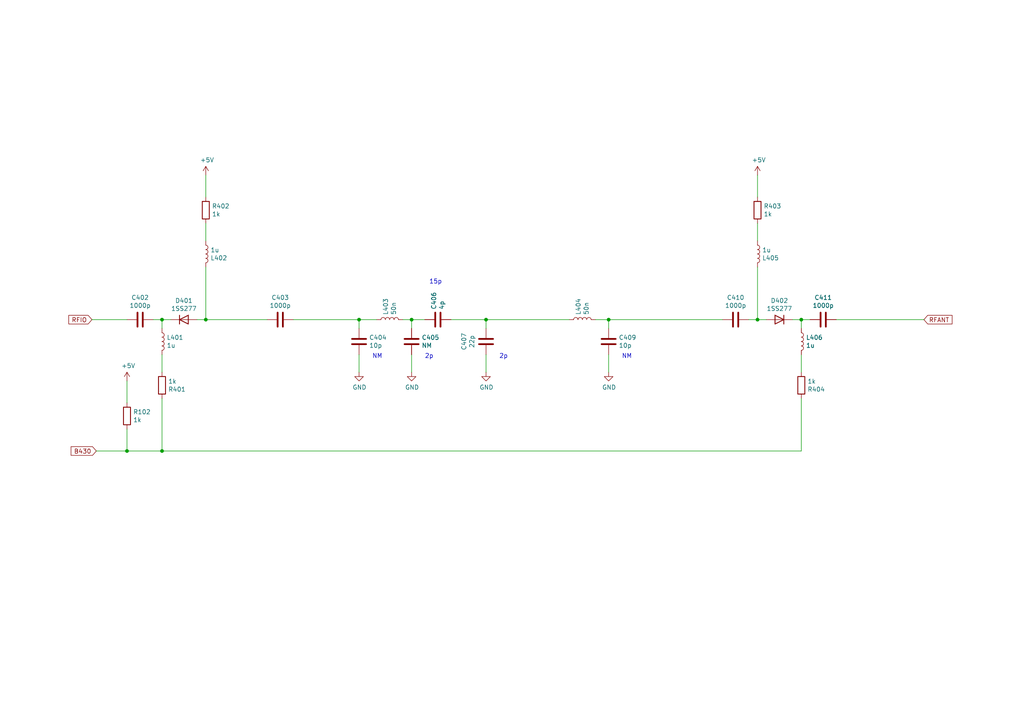
<source format=kicad_sch>
(kicad_sch (version 20230121) (generator eeschema)
  (paper "A4")
  (title_block (title "FM QRP TRCV") (date "2022-03-12") (rev "1") (company "JK1MLY / PRUG"))
  (lib_symbols
    (symbol "Device:C" (pin_numbers hide) (pin_names (offset 0.254))
      (property "Reference" "C" (at 0.635 2.54 0))
      (property "Value" "C" (at 0.635 -2.54 0))
      (symbol "C_0_1"
        (polyline (pts (xy -2.032 -0.762) (xy 2.032 -0.762)) (stroke (width 0.508)))
        (polyline (pts (xy -2.032 0.762) (xy 2.032 0.762)) (stroke (width 0.508)))
      )
      (symbol "C_1_1"
        (pin passive line (at 0 3.81 270) (length 2.794) (name "~") (number "1"))
        (pin passive line (at 0 -3.81 90) (length 2.794) (name "~") (number "2"))
      )
    )
    (symbol "Device:D" (pin_numbers hide) (pin_names (offset 1.016) hide)
      (property "Reference" "D" (at 0 2.54 0))
      (property "Value" "D" (at 0 -2.54 0))
      (symbol "D_0_1"
        (polyline (pts (xy -1.27 1.27) (xy -1.27 -1.27)) (stroke (width 0.254)))
        (polyline (pts (xy 1.27 0) (xy -1.27 0)))
        (polyline (pts (xy 1.27 1.27) (xy 1.27 -1.27) (xy -1.27 0) (xy 1.27 1.27)) (stroke (width 0.254)))
      )
      (symbol "D_1_1"
        (pin passive line (at -3.81 0 0) (length 2.54) (name "K") (number "1"))
        (pin passive line (at 3.81 0 180) (length 2.54) (name "A") (number "2"))
      )
    )
    (symbol "Device:L" (pin_numbers hide) (pin_names (offset 1.016) hide)
      (property "Reference" "L" (at -1.27 0 90))
      (property "Value" "L" (at 1.905 0 90))
      (symbol "L_0_1"
        (arc (start 0 -2.54) (mid 0.6323 -1.905) (end 0 -1.27))
        (arc (start 0 -1.27) (mid 0.6323 -0.635) (end 0 0))
        (arc (start 0 0) (mid 0.6323 0.635) (end 0 1.27))
        (arc (start 0 1.27) (mid 0.6323 1.905) (end 0 2.54))
      )
      (symbol "L_1_1"
        (pin passive line (at 0 3.81 270) (length 1.27) (name "1") (number "1"))
        (pin passive line (at 0 -3.81 90) (length 1.27) (name "2") (number "2"))
      )
    )
    (symbol "Device:R" (pin_numbers hide) (pin_names (offset 0))
      (property "Reference" "R" (at 2.032 0 90))
      (property "Value" "R" (at 0 0 90))
      (symbol "R_0_1"
        (rectangle (start -1.016 -2.54) (end 1.016 2.54) (stroke (width 0.254)))
      )
      (symbol "R_1_1"
        (pin passive line (at 0 3.81 270) (length 1.27) (name "~") (number "1"))
        (pin passive line (at 0 -3.81 90) (length 1.27) (name "~") (number "2"))
      )
    )
    (symbol "power:+5V" (power) (pin_names (offset 0))
      (property "Value" "+5V" (at 0 3.556 0))
      (symbol "+5V_0_1"
        (polyline (pts (xy -0.762 1.27) (xy 0 2.54)))
        (polyline (pts (xy 0 0) (xy 0 2.54)))
        (polyline (pts (xy 0 2.54) (xy 0.762 1.27)))
      )
      (symbol "+5V_1_1"
        (pin power_in line (at 0 0 90) (length 0) hide (name "+5V") (number "1"))
      )
    )
    (symbol "power:GND" (power) (pin_names (offset 0))
      (property "Value" "GND" (at 0 -3.81 0))
      (symbol "GND_0_1"
        (polyline (pts (xy 0 0) (xy 0 -1.27) (xy 1.27 -1.27) (xy 0 -2.54) (xy -1.27 -1.27) (xy 0 -1.27)))
      )
      (symbol "GND_1_1"
        (pin power_in line (at 0 0 270) (length 0) hide (name "GND") (number "1"))
      )
    )
  )
  (junction (at 104.14 92.71))
  (junction (at 36.83 130.81))
  (junction (at 46.99 130.81))
  (junction (at 140.97 92.71))
  (junction (at 59.69 92.71))
  (junction (at 219.71 92.71))
  (junction (at 119.38 92.71))
  (junction (at 232.41 92.71))
  (junction (at 176.53 92.71))
  (junction (at 46.99 92.71))
  (wire (pts (xy 242.57 92.71) (xy 267.97 92.71)))
  (wire (pts (xy 46.99 130.81) (xy 232.41 130.81)))
  (wire (pts (xy 59.69 77.47) (xy 59.69 92.71)))
  (wire (pts (xy 119.38 92.71) (xy 119.38 95.25)))
  (wire (pts (xy 140.97 92.71) (xy 140.97 95.25)))
  (wire (pts (xy 232.41 130.81) (xy 232.41 115.57)))
  (wire (pts (xy 130.81 92.71) (xy 140.97 92.71)))
  (wire (pts (xy 172.72 92.71) (xy 176.53 92.71)))
  (wire (pts (xy 36.83 110.49) (xy 36.83 116.84)))
  (wire (pts (xy 116.84 92.71) (xy 119.38 92.71)))
  (wire (pts (xy 119.38 102.87) (xy 119.38 107.95)))
  (wire (pts (xy 59.69 92.71) (xy 77.47 92.71)))
  (wire (pts (xy 26.67 92.71) (xy 36.83 92.71)))
  (wire (pts (xy 46.99 92.71) (xy 44.45 92.71)))
  (wire (pts (xy 27.94 130.81) (xy 36.83 130.81)))
  (wire (pts (xy 176.53 95.25) (xy 176.53 92.71)))
  (wire (pts (xy 229.87 92.71) (xy 232.41 92.71)))
  (wire (pts (xy 46.99 115.57) (xy 46.99 130.81)))
  (wire (pts (xy 232.41 92.71) (xy 232.41 95.25)))
  (wire (pts (xy 57.15 92.71) (xy 59.69 92.71)))
  (wire (pts (xy 219.71 50.8) (xy 219.71 57.15)))
  (wire (pts (xy 119.38 92.71) (xy 123.19 92.71)))
  (wire (pts (xy 104.14 92.71) (xy 104.14 95.25)))
  (wire (pts (xy 234.95 92.71) (xy 232.41 92.71)))
  (wire (pts (xy 232.41 102.87) (xy 232.41 107.95)))
  (wire (pts (xy 219.71 64.77) (xy 219.71 69.85)))
  (wire (pts (xy 85.09 92.71) (xy 104.14 92.71)))
  (wire (pts (xy 140.97 92.71) (xy 165.1 92.71)))
  (wire (pts (xy 104.14 102.87) (xy 104.14 107.95)))
  (wire (pts (xy 140.97 102.87) (xy 140.97 107.95)))
  (wire (pts (xy 59.69 64.77) (xy 59.69 69.85)))
  (wire (pts (xy 59.69 50.8) (xy 59.69 57.15)))
  (wire (pts (xy 176.53 102.87) (xy 176.53 107.95)))
  (wire (pts (xy 36.83 130.81) (xy 46.99 130.81)))
  (wire (pts (xy 217.17 92.71) (xy 219.71 92.71)))
  (wire (pts (xy 219.71 77.47) (xy 219.71 92.71)))
  (wire (pts (xy 104.14 92.71) (xy 109.22 92.71)))
  (wire (pts (xy 36.83 124.46) (xy 36.83 130.81)))
  (wire (pts (xy 219.71 92.71) (xy 222.25 92.71)))
  (wire (pts (xy 49.53 92.71) (xy 46.99 92.71)))
  (wire (pts (xy 46.99 92.71) (xy 46.99 95.25)))
  (wire (pts (xy 46.99 102.87) (xy 46.99 107.95)))
  (wire (pts (xy 176.53 92.71) (xy 209.55 92.71)))
  (text "2p" (at 144.78 104.14 0) (effects (font (size 1.27 1.27)) (justify left bottom)))
  (text "15p" (at 124.46 82.55 0) (effects (font (size 1.27 1.27)) (justify left bottom)))
  (text "NM" (at 180.34 104.14 0) (effects (font (size 1.27 1.27)) (justify left bottom)))
  (text "2p" (at 123.19 104.14 0) (effects (font (size 1.27 1.27)) (justify left bottom)))
  (text "NM" (at 107.95 104.14 0) (effects (font (size 1.27 1.27)) (justify left bottom)))
  (global_label "RFIO" (shape input) (at 26.67 92.71 180) (property "Intersheetrefs" "${INTERSHEET_REFS}" (effects hide)))
  (global_label "RFANT" (shape input) (at 267.97 92.71 0) (property "Intersheetrefs" "${INTERSHEET_REFS}" (effects hide)))
  (global_label "B430" (shape input) (at 27.94 130.81 180) (property "Intersheetrefs" "${INTERSHEET_REFS}" (effects hide)))
  (symbol (lib_id "Device:D") (at 53.34 92.71 0) (unit 1)
    (property "Reference" "D401" (at 53.34 87.1982 0))
    (property "Value" "1SS277" (at 53.34 89.5096 0))
    (property "Footprint" "Diode_THT:D_T-1_P5.08mm_Horizontal" (effects hide))
    (property "Datasheet" "I-10623" (effects hide))
  )
  (symbol (lib_id "Device:D") (at 226.06 92.71 0) (mirror y) (unit 1)
    (property "Reference" "D402" (at 226.06 87.1982 0))
    (property "Value" "1SS277" (at 226.06 89.5096 0))
    (property "Footprint" "Diode_THT:D_T-1_P5.08mm_Horizontal" (effects hide))
    (property "Datasheet" "I-10623" (effects hide))
  )
  (symbol (lib_id "Device:L") (at 232.41 99.06 0) (unit 1)
    (property "Reference" "L406" (at 233.7562 97.8916 0) (effects (justify left)))
    (property "Value" "1u" (at 233.7562 100.203 0) (effects (justify left)))
    (property "Footprint" "Resistor_THT:R_Axial_DIN0207_L6.3mm_D2.5mm_P2.54mm_Vertical" (effects hide))
    (property "Datasheet" "P-03961" (effects hide))
  )
  (symbol (lib_id "Device:R") (at 59.69 60.96 0) (unit 1)
    (property "Reference" "R402" (at 61.468 59.7916 0) (effects (justify left)))
    (property "Value" "1k" (at 61.468 62.103 0) (effects (justify left)))
    (property "Footprint" "Resistor_THT:R_Axial_DIN0207_L6.3mm_D2.5mm_P2.54mm_Vertical" (effects hide))
  )
  (symbol (lib_id "Device:R") (at 232.41 111.76 0) (mirror x) (unit 1)
    (property "Reference" "R404" (at 234.188 112.9284 0) (effects (justify left)))
    (property "Value" "1k" (at 234.188 110.617 0) (effects (justify left)))
    (property "Footprint" "Resistor_THT:R_Axial_DIN0207_L6.3mm_D2.5mm_P2.54mm_Vertical" (effects hide))
  )
  (symbol (lib_id "Device:C") (at 81.28 92.71 90) (unit 1)
    (property "Reference" "C403" (at 81.28 86.3092 90))
    (property "Value" "1000p" (at 81.28 88.6206 90))
    (property "Footprint" "Capacitor_THT:C_Disc_D3.4mm_W2.1mm_P2.50mm" (effects hide))
  )
  (symbol (lib_id "Device:C") (at 213.36 92.71 90) (unit 1)
    (property "Reference" "C410" (at 213.36 86.3092 90))
    (property "Value" "1000p" (at 213.36 88.6206 90))
    (property "Footprint" "Capacitor_THT:C_Disc_D3.4mm_W2.1mm_P2.50mm" (effects hide))
  )
  (symbol (lib_id "Device:L") (at 46.99 99.06 0) (unit 1)
    (property "Reference" "L401" (at 48.3362 97.8916 0) (effects (justify left)))
    (property "Value" "1u" (at 48.3362 100.203 0) (effects (justify left)))
    (property "Footprint" "Resistor_THT:R_Axial_DIN0207_L6.3mm_D2.5mm_P2.54mm_Vertical" (effects hide))
    (property "Datasheet" "P-03961" (effects hide))
  )
  (symbol (lib_id "Device:R") (at 46.99 111.76 0) (mirror x) (unit 1)
    (property "Reference" "R401" (at 48.768 112.9284 0) (effects (justify left)))
    (property "Value" "1k" (at 48.768 110.617 0) (effects (justify left)))
    (property "Footprint" "Resistor_THT:R_Axial_DIN0207_L6.3mm_D2.5mm_P2.54mm_Vertical" (effects hide))
  )
  (symbol (lib_id "Device:L") (at 59.69 73.66 0) (mirror x) (unit 1)
    (property "Reference" "L402" (at 61.0362 74.8284 0) (effects (justify left)))
    (property "Value" "1u" (at 61.0362 72.517 0) (effects (justify left)))
    (property "Footprint" "Resistor_THT:R_Axial_DIN0207_L6.3mm_D2.5mm_P2.54mm_Vertical" (effects hide))
    (property "Datasheet" "P-03961" (effects hide))
  )
  (symbol (lib_id "Device:R") (at 219.71 60.96 0) (unit 1)
    (property "Reference" "R403" (at 221.488 59.7916 0) (effects (justify left)))
    (property "Value" "1k" (at 221.488 62.103 0) (effects (justify left)))
    (property "Footprint" "Resistor_THT:R_Axial_DIN0207_L6.3mm_D2.5mm_P2.54mm_Vertical" (effects hide))
  )
  (symbol (lib_id "Device:L") (at 219.71 73.66 0) (mirror x) (unit 1)
    (property "Reference" "L405" (at 221.0562 74.8284 0) (effects (justify left)))
    (property "Value" "1u" (at 221.0562 72.517 0) (effects (justify left)))
    (property "Footprint" "Resistor_THT:R_Axial_DIN0207_L6.3mm_D2.5mm_P2.54mm_Vertical" (effects hide))
    (property "Datasheet" "P-03961" (effects hide))
  )
  (symbol (lib_id "power:+5V") (at 59.69 50.8 0) (unit 1)
    (property "Reference" "#PWR0404" (effects hide))
    (property "Value" "+5V" (at 60.071 46.4058 0))
  )
  (symbol (lib_id "power:+5V") (at 219.71 50.8 0) (unit 1)
    (property "Reference" "#PWR0409" (effects hide))
    (property "Value" "+5V" (at 220.091 46.4058 0))
  )
  (symbol (lib_id "Device:C") (at 238.76 92.71 90) (unit 1)
    (property "Reference" "C411" (at 238.76 86.3092 90))
    (property "Value" "1000p" (at 238.76 88.6206 90))
    (property "Footprint" "Capacitor_THT:C_Disc_D3.4mm_W2.1mm_P2.50mm" (effects hide))
  )
  (symbol (lib_id "Device:C") (at 40.64 92.71 90) (unit 1)
    (property "Reference" "C402" (at 40.64 86.3092 90))
    (property "Value" "1000p" (at 40.64 88.6206 90))
    (property "Footprint" "Capacitor_THT:C_Disc_D3.4mm_W2.1mm_P2.50mm" (effects hide))
  )
  (symbol (lib_id "Device:C") (at 119.38 99.06 0) (unit 1)
    (property "Reference" "C405" (at 122.301 97.8916 0) (effects (justify left)))
    (property "Value" "NM" (at 122.301 100.203 0) (effects (justify left)))
    (property "Footprint" "Capacitor_THT:C_Disc_D3.4mm_W2.1mm_P2.50mm" (effects hide))
    (instances (project "fm_qrp2" (path "" (reference "C405") (unit 1))) (project "fm-tnc" (path "" (reference "C56") (unit 1))))
  )
  (symbol (lib_id "power:GND") (at 176.53 107.95 0) (unit 1)
    (property "Reference" "#PWR0408" (effects hide))
    (property "Value" "GND" (at 176.657 112.3442 0))
    (instances (project "fm_qrp2" (path "" (reference "#PWR0408") (unit 1))) (project "fm-tnc" (path "" (reference "#PWR055") (unit 1))))
  )
  (symbol (lib_id "power:GND") (at 119.38 107.95 0) (unit 1)
    (property "Reference" "#PWR0406" (effects hide))
    (property "Value" "GND" (at 119.507 112.3442 0))
    (instances (project "fm_qrp2" (path "" (reference "#PWR0406") (unit 1))) (project "fm-tnc" (path "" (reference "#PWR044") (unit 1))))
  )
  (symbol (lib_id "Device:L") (at 168.91 92.71 90) (unit 1)
    (property "Reference" "L404" (at 167.7416 91.3638 0) (effects (justify left)))
    (property "Value" "50n" (at 170.053 91.3638 0) (effects (justify left)))
    (property "Footprint" "usr-Library:coil3_7mm" (effects hide))
    (property "Datasheet" "digikey 0805CS-3N3EJTS" (effects hide))
    (instances (project "fm_qrp2" (path "" (reference "L404") (unit 1))) (project "fm-tnc" (path "" (reference "L52") (unit 1))))
  )
  (symbol (lib_id "Device:R") (at 36.83 120.65 0) (unit 1)
    (property "Reference" "R102" (at 38.608 119.4816 0) (effects (justify left)))
    (property "Value" "1k" (at 38.608 121.793 0) (effects (justify left)))
    (property "Footprint" "Resistor_THT:R_Axial_DIN0207_L6.3mm_D2.5mm_P2.54mm_Vertical" (effects hide))
    (instances (project "fm_qrp2" (path "" (reference "R102") (unit 1)) (path "" (reference "R205") (unit 1)) (path "" (reference "R405") (unit 1))))
  )
  (symbol (lib_id "power:GND") (at 140.97 107.95 0) (unit 1)
    (property "Reference" "#PWR0407" (effects hide))
    (property "Value" "GND" (at 141.097 112.3442 0))
    (instances (project "fm_qrp2" (path "" (reference "#PWR0407") (unit 1))) (project "fm-tnc" (path "" (reference "#PWR054") (unit 1))))
  )
  (symbol (lib_id "power:+5V") (at 36.83 110.49 0) (unit 1)
    (property "Reference" "#PWR0102" (effects hide))
    (property "Value" "+5V" (at 37.211 106.0958 0))
    (instances (project "fm_qrp2" (path "" (reference "#PWR0102") (unit 1)) (path "" (reference "#PWR055") (unit 1)) (path "" (reference "#PWR057") (unit 1))))
  )
  (symbol (lib_id "Device:C") (at 176.53 99.06 0) (unit 1)
    (property "Reference" "C409" (at 179.451 97.8916 0) (effects (justify left)))
    (property "Value" "10p" (at 179.451 100.203 0) (effects (justify left)))
    (property "Footprint" "Capacitor_THT:C_Disc_D3.4mm_W2.1mm_P2.50mm" (effects hide))
    (instances (project "fm_qrp2" (path "" (reference "C409") (unit 1))) (project "fm-tnc" (path "" (reference "C55") (unit 1))))
  )
  (symbol (lib_id "Device:C") (at 140.97 99.06 180) (unit 1)
    (property "Reference" "C407" (at 134.5692 99.06 90))
    (property "Value" "22p" (at 136.8806 99.06 90))
    (property "Footprint" "Capacitor_THT:C_Disc_D3.4mm_W2.1mm_P2.50mm" (effects hide))
    (instances (project "fm_qrp2" (path "" (reference "C407") (unit 1))) (project "fm-tnc" (path "" (reference "C53") (unit 1))))
  )
  (symbol (lib_id "Device:C") (at 104.14 99.06 0) (unit 1)
    (property "Reference" "C404" (at 107.061 97.8916 0) (effects (justify left)))
    (property "Value" "10p" (at 107.061 100.203 0) (effects (justify left)))
    (property "Footprint" "Capacitor_THT:C_Disc_D3.4mm_W2.1mm_P2.50mm" (effects hide))
    (instances (project "fm_qrp2" (path "" (reference "C404") (unit 1))) (project "fm-tnc" (path "" (reference "C51") (unit 1))))
  )
  (symbol (lib_id "power:GND") (at 104.14 107.95 0) (unit 1)
    (property "Reference" "#PWR0405" (effects hide))
    (property "Value" "GND" (at 104.267 112.3442 0))
    (instances (project "fm_qrp2" (path "" (reference "#PWR0405") (unit 1))) (project "fm-tnc" (path "" (reference "#PWR052") (unit 1))))
  )
  (symbol (lib_id "Device:C") (at 127 92.71 90) (unit 1)
    (property "Reference" "C406" (at 125.8316 89.789 0) (effects (justify left)))
    (property "Value" "4p" (at 128.143 89.789 0) (effects (justify left)))
    (property "Footprint" "Capacitor_THT:C_Disc_D3.4mm_W2.1mm_P2.50mm" (effects hide))
    (instances (project "fm_qrp2" (path "" (reference "C406") (unit 1))) (project "fm-tnc" (path "" (reference "C52") (unit 1))))
  )
  (symbol (lib_id "Device:L") (at 113.03 92.71 90) (unit 1)
    (property "Reference" "L403" (at 111.8616 91.3638 0) (effects (justify left)))
    (property "Value" "50n" (at 114.173 91.3638 0) (effects (justify left)))
    (property "Footprint" "usr-Library:coil3_7mm" (effects hide))
    (property "Datasheet" "digikey 0805CS-3N3EJTS" (effects hide))
    (instances (project "fm_qrp2" (path "" (reference "L403") (unit 1))) (project "fm-tnc" (path "" (reference "L51") (unit 1))))
  )
)
</source>
